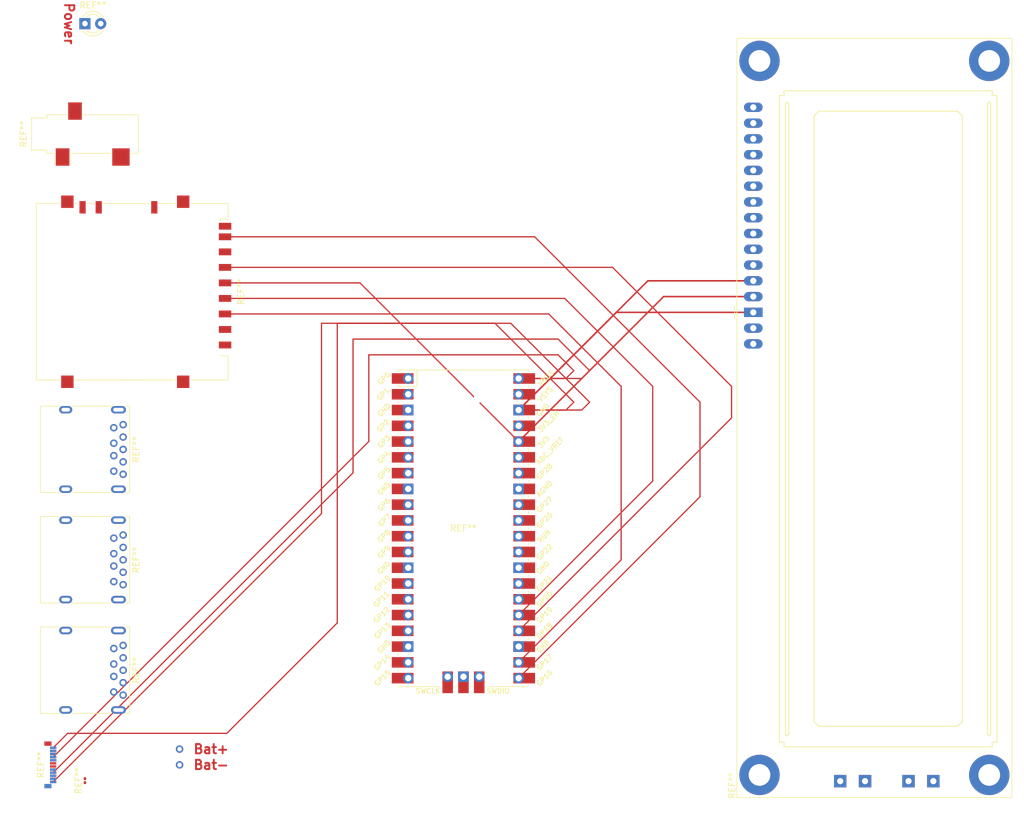
<source format=kicad_pcb>
(kicad_pcb (version 20211014) (generator pcbnew)
  (layers (0 "F.Cu" signal) (31 "B.Cu" signal) (34 "B.Paste" user) (35 "F.Paste" user) (36 "B.SilkS" user "B.Silkscreen") (37 "F.SilkS" user "F.Silkscreen") (38 "B.Mask" user) (39 "F.Mask" user) (44 "Edge.Cuts" user))
  (net 0 "")
  (footprint "LED_THT:LED_D3.0mm_Clear" (layer "F.Cu") (at 20.32 20.32)
    (fp_text reference "REF**" (at 1.27 -2.96) (layer "F.SilkS"))
    (fp_text value "LED_D3.0mm_Clear")
    (fp_line (start -0.29 1.08) (end -0.29 1.236) (layer "F.SilkS") (width 0.12))
    (fp_line (start -0.29 -1.236) (end -0.29 -1.08) (layer "F.SilkS") (width 0.12))
    (fp_arc (start -0.29 -1.235516) (mid 1.366487 -1.987659) (end 2.942335 -1.078608) (layer "F.SilkS") (width 0.12))
    (fp_arc (start 2.942335 1.078608) (mid 1.366487 1.987659) (end -0.29 1.235516) (layer "F.SilkS") (width 0.12))
    (fp_arc (start 0.229039 -1.08) (mid 1.270117 -1.5) (end 2.31113 -1.079837) (layer "F.SilkS") (width 0.12))
    (fp_arc (start 2.31113 1.079837) (mid 1.270117 1.5) (end 0.229039 1.08) (layer "F.SilkS") (width 0.12))
    (pad "1" thru_hole rect (at 0 0) (size 1.8 1.8) (drill 0.9) (layers *.Cu *.Mask))
    (pad "2" thru_hole circle (at 2.54 0) (size 1.8 1.8) (drill 0.9) (layers *.Cu *.Mask))
  )
  (footprint "Connector_Audio:Jack_3.5mm_CUI_SJ-3523-SMT_Horizontal" (layer "F.Cu") (at 20.32 38.1 90)
    (fp_text reference "REF**" (at 0 -9.9 90) (layer "F.SilkS"))
    (fp_text value "Jack_3.5mm_CUI_SJ-3523-SMT_Horizontal")
    (fp_line (start 2.6 -8.6) (end 2.6 -6.1) (layer "F.SilkS") (width 0.12))
    (fp_line (start -2.6 -8.6) (end 2.6 -8.6) (layer "F.SilkS") (width 0.12))
    (fp_line (start -3.1 -4.9) (end -3.1 -6.1) (layer "F.SilkS") (width 0.12))
    (fp_line (start -2.6 -6.1) (end -2.6 -8.6) (layer "F.SilkS") (width 0.12))
    (fp_line (start 2.6 -6.1) (end 3.1 -6.1) (layer "F.SilkS") (width 0.12))
    (fp_line (start 3.1 -0.3) (end 3.1 8.6) (layer "F.SilkS") (width 0.12))
    (fp_line (start -3.1 4.2) (end -3.1 -2.3) (layer "F.SilkS") (width 0.12))
    (fp_line (start 3.1 8.6) (end -3.1 8.6) (layer "F.SilkS") (width 0.12))
    (fp_line (start -3.1 -6.1) (end -2.6 -6.1) (layer "F.SilkS") (width 0.12))
    (fp_line (start -3.1 8.6) (end -3.1 7.4) (layer "F.SilkS") (width 0.12))
    (fp_line (start -3.1 -4.9) (end -5.1 -4.9) (layer "F.SilkS") (width 0.12))
    (fp_line (start -3.1 -2.3) (end -5.1 -2.3) (layer "F.SilkS") (width 0.12))
    (fp_line (start 3.1 -6.1) (end 3.1 -2.9) (layer "F.SilkS") (width 0.12))
    (pad "" np_thru_hole circle (at 0 4.5 90) (size 1.7 1.7) (drill 1.7) (layers *.Cu *.Mask))
    (pad "" np_thru_hole circle (at 0 -2.5 90) (size 1.7 1.7) (drill 1.7) (layers *.Cu *.Mask))
    (pad "R" smd rect (at 3.7 -1.6 90) (size 2.8 2.2) (layers "F.Cu" "F.Paste" "F.Mask"))
    (pad "S" smd rect (at -3.7 -3.6 90) (size 2.8 2.2) (layers "F.Cu" "F.Paste" "F.Mask"))
    (pad "T" smd rect (at -3.7 5.8 90) (size 2.8 2.8) (layers "F.Cu" "F.Paste" "F.Mask"))
  )
  (footprint "MCU_RaspberryPi_and_Boards:RPi_Pico_SMD_TH" (layer "F.Cu") (at 81.28 101.6)
    (fp_text reference "REF**" (at 0 0) (layer "F.SilkS"))
    (fp_text value "RPi_Pico_SMD_TH")
    (fp_text user "GND" (at 12.8 -19.05 45) (layer "F.SilkS") (effects (font (size 0.8 0.8))))
    (fp_text user "GP17" (at 13.054 21.59 45) (layer "F.SilkS") (effects (font (size 0.8 0.8))))
    (fp_text user "GP20" (at 13.054 11.43 45) (layer "F.SilkS") (effects (font (size 0.8 0.8))))
    (fp_text user "GP6" (at -12.8 -3.81 45) (layer "F.SilkS") (effects (font (size 0.8 0.8))))
    (fp_text user "GP0" (at -12.8 -24.13 45) (layer "F.SilkS") (effects (font (size 0.8 0.8))))
    (fp_text user "3V3_EN" (at 13.7 -17.2 45) (layer "F.SilkS") (effects (font (size 0.8 0.8))))
    (fp_text user "GP3" (at -12.8 -13.97 45) (layer "F.SilkS") (effects (font (size 0.8 0.8))))
    (fp_text user "GP19" (at 13.054 13.97 45) (layer "F.SilkS") (effects (font (size 0.8 0.8))))
    (fp_text user "SWCLK" (at -5.7 26.2) (layer "F.SilkS") (effects (font (size 0.8 0.8))))
    (fp_text user "GP5" (at -12.8 -8.89 45) (layer "F.SilkS") (effects (font (size 0.8 0.8))))
    (fp_text user "GP10" (at -13.054 8.89 45) (layer "F.SilkS") (effects (font (size 0.8 0.8))))
    (fp_text user "GP8" (at -12.8 1.27 45) (layer "F.SilkS") (effects (font (size 0.8 0.8))))
    (fp_text user "GND" (at 12.8 6.35 45) (layer "F.SilkS") (effects (font (size 0.8 0.8))))
    (fp_text user "GP1" (at -12.9 -21.6 45) (layer "F.SilkS") (effects (font (size 0.8 0.8))))
    (fp_text user "GP2" (at -12.9 -16.51 45) (layer "F.SilkS") (effects (font (size 0.8 0.8))))
    (fp_text user "GP13" (at -13.054 16.51 45) (layer "F.SilkS") (effects (font (size 0.8 0.8))))
    (fp_text user "GND" (at -12.8 6.35 45) (layer "F.SilkS") (effects (font (size 0.8 0.8))))
    (fp_text user "SWDIO" (at 5.6 26.2) (layer "F.SilkS") (effects (font (size 0.8 0.8))))
    (fp_text user "GP22" (at 13.054 3.81 45) (layer "F.SilkS") (effects (font (size 0.8 0.8))))
    (fp_text user "GP16" (at 13.054 24.13 45) (layer "F.SilkS") (effects (font (size 0.8 0.8))))
    (fp_text user "GND" (at -12.8 -19.05 45) (layer "F.SilkS") (effects (font (size 0.8 0.8))))
    (fp_text user "VBUS" (at 13.3 -24.2 45) (layer "F.SilkS") (effects (font (size 0.8 0.8))))
    (fp_text user "GND" (at 12.8 19.05 45) (layer "F.SilkS") (effects (font (size 0.8 0.8))))
    (fp_text user "ADC_VREF" (at 14 -12.5 45) (layer "F.SilkS") (effects (font (size 0.8 0.8))))
    (fp_text user "GP7" (at -12.7 -1.3 45) (layer "F.SilkS") (effects (font (size 0.8 0.8))))
    (fp_text user "GP15" (at -13.054 24.13 45) (layer "F.SilkS") (effects (font (size 0.8 0.8))))
    (fp_text user "GP11" (at -13.2 11.43 45) (layer "F.SilkS") (effects (font (size 0.8 0.8))))
    (fp_text user "AGND" (at 13.054 -6.35 45) (layer "F.SilkS") (effects (font (size 0.8 0.8))))
    (fp_text user "GP28" (at 13.054 -9.144 45) (layer "F.SilkS") (effects (font (size 0.8 0.8))))
    (fp_text user "GP14" (at -13.1 21.59 45) (layer "F.SilkS") (effects (font (size 0.8 0.8))))
    (fp_text user "GP4" (at -12.8 -11.43 45) (layer "F.SilkS") (effects (font (size 0.8 0.8))))
    (fp_text user "GP21" (at 13.054 8.9 45) (layer "F.SilkS") (effects (font (size 0.8 0.8))))
    (fp_text user "GP27" (at 13.054 -3.8 45) (layer "F.SilkS") (effects (font (size 0.8 0.8))))
    (fp_text user "3V3" (at 12.9 -13.9 45) (layer "F.SilkS") (effects (font (size 0.8 0.8))))
    (fp_text user "GP12" (at -13.2 13.97 45) (layer "F.SilkS") (effects (font (size 0.8 0.8))))
    (fp_text user "GND" (at -12.8 19.05 45) (layer "F.SilkS") (effects (font (size 0.8 0.8))))
    (fp_text user "VSYS" (at 13.2 -21.59 45) (layer "F.SilkS") (effects (font (size 0.8 0.8))))
    (fp_text user "GP18" (at 13.054 16.51 45) (layer "F.SilkS") (effects (font (size 0.8 0.8))))
    (fp_text user "RUN" (at 13 1.27 45) (layer "F.SilkS") (effects (font (size 0.8 0.8))))
    (fp_text user "GND" (at -12.8 -6.35 45) (layer "F.SilkS") (effects (font (size 0.8 0.8))))
    (fp_text user "GP9" (at -12.8 3.81 45) (layer "F.SilkS") (effects (font (size 0.8 0.8))))
    (fp_text user "GP26" (at 13.054 -1.27 45) (layer "F.SilkS") (effects (font (size 0.8 0.8))))
    (fp_line (start 10.5 15.1) (end 10.5 15.5) (layer "F.SilkS") (width 0.12))
    (fp_line (start -10.5 20.1) (end -10.5 20.5) (layer "F.SilkS") (width 0.12))
    (fp_line (start -10.5 -15.4) (end -10.5 -15) (layer "F.SilkS") (width 0.12))
    (fp_line (start -10.5 -5.3) (end -10.5 -4.9) (layer "F.SilkS") (width 0.12))
    (fp_line (start 10.5 -10.4) (end 10.5 -10) (layer "F.SilkS") (width 0.12))
    (fp_line (start 10.5 -7.8) (end 10.5 -7.4) (layer "F.SilkS") (width 0.12))
    (fp_line (start 10.5 -23.1) (end 10.5 -22.7) (layer "F.SilkS") (width 0.12))
    (fp_line (start 10.5 -12.9) (end 10.5 -12.5) (layer "F.SilkS") (width 0.12))
    (fp_line (start 10.5 -0.2) (end 10.5 0.2) (layer "F.SilkS") (width 0.12))
    (fp_line (start -10.5 -25.5) (end -10.5 -25.2) (layer "F.SilkS") (width 0.12))
    (fp_line (start 10.5 4.9) (end 10.5 5.3) (layer "F.SilkS") (width 0.12))
    (fp_line (start -10.5 4.9) (end -10.5 5.3) (layer "F.SilkS") (width 0.12))
    (fp_line (start -10.5 -25.5) (end 10.5 -25.5) (layer "F.SilkS") (width 0.12))
    (fp_line (start -10.5 -22.833) (end -7.493 -22.833) (layer "F.SilkS") (width 0.12))
    (fp_line (start -10.5 -0.2) (end -10.5 0.2) (layer "F.SilkS") (width 0.12))
    (fp_line (start -10.5 -12.9) (end -10.5 -12.5) (layer "F.SilkS") (width 0.12))
    (fp_line (start 10.5 22.7) (end 10.5 23.1) (layer "F.SilkS") (width 0.12))
    (fp_line (start -1.5 25.5) (end -1.1 25.5) (layer "F.SilkS") (width 0.12))
    (fp_line (start 10.5 -20.5) (end 10.5 -20.1) (layer "F.SilkS") (width 0.12))
    (fp_line (start -10.5 22.7) (end -10.5 23.1) (layer "F.SilkS") (width 0.12))
    (fp_line (start -10.5 -18) (end -10.5 -17.6) (layer "F.SilkS") (width 0.12))
    (fp_line (start -7.493 -22.833) (end -7.493 -25.5) (layer "F.SilkS") (width 0.12))
    (fp_line (start -10.5 17.6) (end -10.5 18) (layer "F.SilkS") (width 0.12))
    (fp_line (start -10.5 10) (end -10.5 10.4) (layer "F.SilkS") (width 0.12))
    (fp_line (start -10.5 7.4) (end -10.5 7.8) (layer "F.SilkS") (width 0.12))
    (fp_line (start 10.5 -2.7) (end 10.5 -2.3) (layer "F.SilkS") (width 0.12))
    (fp_line (start -10.5 2.3) (end -10.5 2.7) (layer "F.SilkS") (width 0.12))
    (fp_line (start 10.5 17.6) (end 10.5 18) (layer "F.SilkS") (width 0.12))
    (fp_line (start 10.5 12.5) (end 10.5 12.9) (layer "F.SilkS") (width 0.12))
    (fp_line (start 10.5 10) (end 10.5 10.4) (layer "F.SilkS") (width 0.12))
    (fp_line (start 10.5 -25.5) (end 10.5 -25.2) (layer "F.SilkS") (width 0.12))
    (fp_line (start -10.5 -20.5) (end -10.5 -20.1) (layer "F.SilkS") (width 0.12))
    (fp_line (start 10.5 7.4) (end 10.5 7.8) (layer "F.SilkS") (width 0.12))
    (fp_line (start -10.5 -7.8) (end -10.5 -7.4) (layer "F.SilkS") (width 0.12))
    (fp_line (start -10.5 -2.7) (end -10.5 -2.3) (layer "F.SilkS") (width 0.12))
    (fp_line (start 10.5 2.3) (end 10.5 2.7) (layer "F.SilkS") (width 0.12))
    (fp_line (start 10.5 20.1) (end 10.5 20.5) (layer "F.SilkS") (width 0.12))
    (fp_line (start -10.5 12.5) (end -10.5 12.9) (layer "F.SilkS") (width 0.12))
    (fp_line (start 10.5 -15.4) (end 10.5 -15) (layer "F.SilkS") (width 0.12))
    (fp_line (start 10.5 -5.3) (end 10.5 -4.9) (layer "F.SilkS") (width 0.12))
    (fp_line (start -10.5 -23.1) (end -10.5 -22.7) (layer "F.SilkS") (width 0.12))
    (fp_line (start 1.1 25.5) (end 1.5 25.5) (layer "F.SilkS") (width 0.12))
    (fp_line (start 10.5 -18) (end 10.5 -17.6) (layer "F.SilkS") (width 0.12))
    (fp_line (start -3.7 25.5) (end -10.5 25.5) (layer "F.SilkS") (width 0.12))
    (fp_line (start -10.5 -10.4) (end -10.5 -10) (layer "F.SilkS") (width 0.12))
    (fp_line (start 10.5 25.5) (end 3.7 25.5) (layer "F.SilkS") (width 0.12))
    (fp_line (start -10.5 15.1) (end -10.5 15.5) (layer "F.SilkS") (width 0.12))
    (pad "" np_thru_hole oval (at -2.725 -24) (size 1.8 1.8) (drill 1.8) (layers *.Cu *.Mask))
    (pad "" np_thru_hole oval (at 2.725 -24) (size 1.8 1.8) (drill 1.8) (layers *.Cu *.Mask))
    (pad "" np_thru_hole oval (at 2.425 -20.97) (size 1.5 1.5) (drill 1.5) (layers *.Cu *.Mask))
    (pad "" np_thru_hole oval (at -2.425 -20.97) (size 1.5 1.5) (drill 1.5) (layers *.Cu *.Mask))
    (pad "1" thru_hole oval (at -8.89 -24.13) (size 1.7 1.7) (drill 1.02) (layers *.Cu *.Mask))
    (pad "1" smd rect (at -8.89 -24.13) (size 3.5 1.7) (drill (offset -0.9 0)) (layers "F.Cu" "F.Mask"))
    (pad "2" smd rect (at -8.89 -21.59) (size 3.5 1.7) (drill (offset -0.9 0)) (layers "F.Cu" "F.Mask"))
    (pad "2" thru_hole oval (at -8.89 -21.59) (size 1.7 1.7) (drill 1.02) (layers *.Cu *.Mask))
    (pad "3" thru_hole rect (at -8.89 -19.05) (size 1.7 1.7) (drill 1.02) (layers *.Cu *.Mask))
    (pad "3" smd rect (at -8.89 -19.05) (size 3.5 1.7) (drill (offset -0.9 0)) (layers "F.Cu" "F.Mask"))
    (pad "4" smd rect (at -8.89 -16.51) (size 3.5 1.7) (drill (offset -0.9 0)) (layers "F.Cu" "F.Mask"))
    (pad "4" thru_hole oval (at -8.89 -16.51) (size 1.7 1.7) (drill 1.02) (layers *.Cu *.Mask))
    (pad "5" smd rect (at -8.89 -13.97) (size 3.5 1.7) (drill (offset -0.9 0)) (layers "F.Cu" "F.Mask"))
    (pad "5" thru_hole oval (at -8.89 -13.97) (size 1.7 1.7) (drill 1.02) (layers *.Cu *.Mask))
    (pad "6" smd rect (at -8.89 -11.43) (size 3.5 1.7) (drill (offset -0.9 0)) (layers "F.Cu" "F.Mask"))
    (pad "6" thru_hole oval (at -8.89 -11.43) (size 1.7 1.7) (drill 1.02) (layers *.Cu *.Mask))
    (pad "7" smd rect (at -8.89 -8.89) (size 3.5 1.7) (drill (offset -0.9 0)) (layers "F.Cu" "F.Mask"))
    (pad "7" thru_hole oval (at -8.89 -8.89) (size 1.7 1.7) (drill 1.02) (layers *.Cu *.Mask))
    (pad "8" smd rect (at -8.89 -6.35) (size 3.5 1.7) (drill (offset -0.9 0)) (layers "F.Cu" "F.Mask"))
    (pad "8" thru_hole rect (at -8.89 -6.35) (size 1.7 1.7) (drill 1.02) (layers *.Cu *.Mask))
    (pad "9" thru_hole oval (at -8.89 -3.81) (size 1.7 1.7) (drill 1.02) (layers *.Cu *.Mask))
    (pad "9" smd rect (at -8.89 -3.81) (size 3.5 1.7) (drill (offset -0.9 0)) (layers "F.Cu" "F.Mask"))
    (pad "10" thru_hole oval (at -8.89 -1.27) (size 1.7 1.7) (drill 1.02) (layers *.Cu *.Mask))
    (pad "10" smd rect (at -8.89 -1.27) (size 3.5 1.7) (drill (offset -0.9 0)) (layers "F.Cu" "F.Mask"))
    (pad "11" smd rect (at -8.89 1.27) (size 3.5 1.7) (drill (offset -0.9 0)) (layers "F.Cu" "F.Mask"))
    (pad "11" thru_hole oval (at -8.89 1.27) (size 1.7 1.7) (drill 1.02) (layers *.Cu *.Mask))
    (pad "12" thru_hole oval (at -8.89 3.81) (size 1.7 1.7) (drill 1.02) (layers *.Cu *.Mask))
    (pad "12" smd rect (at -8.89 3.81) (size 3.5 1.7) (drill (offset -0.9 0)) (layers "F.Cu" "F.Mask"))
    (pad "13" thru_hole rect (at -8.89 6.35) (size 1.7 1.7) (drill 1.02) (layers *.Cu *.Mask))
    (pad "13" smd rect (at -8.89 6.35) (size 3.5 1.7) (drill (offset -0.9 0)) (layers "F.Cu" "F.Mask"))
    (pad "14" thru_hole oval (at -8.89 8.89) (size 1.7 1.7) (drill 1.02) (layers *.Cu *.Mask))
    (pad "14" smd rect (at -8.89 8.89) (size 3.5 1.7) (drill (offset -0.9 0)) (layers "F.Cu" "F.Mask"))
    (pad "15" thru_hole oval (at -8.89 11.43) (size 1.7 1.7) (drill 1.02) (layers *.Cu *.Mask))
    (pad "15" smd rect (at -8.89 11.43) (size 3.5 1.7) (drill (offset -0.9 0)) (layers "F.Cu" "F.Mask"))
    (pad "16" smd rect (at -8.89 13.97) (size 3.5 1.7) (drill (offset -0.9 0)) (layers "F.Cu" "F.Mask"))
    (pad "16" thru_hole oval (at -8.89 13.97) (size 1.7 1.7) (drill 1.02) (layers *.Cu *.Mask))
    (pad "17" thru_hole oval (at -8.89 16.51) (size 1.7 1.7) (drill 1.02) (layers *.Cu *.Mask))
    (pad "17" smd rect (at -8.89 16.51) (size 3.5 1.7) (drill (offset -0.9 0)) (layers "F.Cu" "F.Mask"))
    (pad "18" smd rect (at -8.89 19.05) (size 3.5 1.7) (drill (offset -0.9 0)) (layers "F.Cu" "F.Mask"))
    (pad "18" thru_hole rect (at -8.89 19.05) (size 1.7 1.7) (drill 1.02) (layers *.Cu *.Mask))
    (pad "19" smd rect (at -8.89 21.59) (size 3.5 1.7) (drill (offset -0.9 0)) (layers "F.Cu" "F.Mask"))
    (pad "19" thru_hole oval (at -8.89 21.59) (size 1.7 1.7) (drill 1.02) (layers *.Cu *.Mask))
    (pad "20" thru_hole oval (at -8.89 24.13) (size 1.7 1.7) (drill 1.02) (layers *.Cu *.Mask))
    (pad "20" smd rect (at -8.89 24.13) (size 3.5 1.7) (drill (offset -0.9 0)) (layers "F.Cu" "F.Mask"))
    (pad "21" smd rect (at 8.89 24.13) (size 3.5 1.7) (drill (offset 0.9 0)) (layers "F.Cu" "F.Mask"))
    (pad "21" thru_hole oval (at 8.89 24.13) (size 1.7 1.7) (drill 1.02) (layers *.Cu *.Mask))
    (pad "22" smd rect (at 8.89 21.59) (size 3.5 1.7) (drill (offset 0.9 0)) (layers "F.Cu" "F.Mask"))
    (pad "22" thru_hole oval (at 8.89 21.59) (size 1.7 1.7) (drill 1.02) (layers *.Cu *.Mask))
    (pad "23" smd rect (at 8.89 19.05) (size 3.5 1.7) (drill (offset 0.9 0)) (layers "F.Cu" "F.Mask"))
    (pad "23" thru_hole rect (at 8.89 19.05) (size 1.7 1.7) (drill 1.02) (layers *.Cu *.Mask))
    (pad "24" smd rect (at 8.89 16.51) (size 3.5 1.7) (drill (offset 0.9 0)) (layers "F.Cu" "F.Mask"))
    (pad "24" thru_hole oval (at 8.89 16.51) (size 1.7 1.7) (drill 1.02) (layers *.Cu *.Mask))
    (pad "25" smd rect (at 8.89 13.97) (size 3.5 1.7) (drill (offset 0.9 0)) (layers "F.Cu" "F.Mask"))
    (pad "25" thru_hole oval (at 8.89 13.97) (size 1.7 1.7) (drill 1.02) (layers *.Cu *.Mask))
    (pad "26" thru_hole oval (at 8.89 11.43) (size 1.7 1.7) (drill 1.02) (layers *.Cu *.Mask))
    (pad "26" smd rect (at 8.89 11.43) (size 3.5 1.7) (drill (offset 0.9 0)) (layers "F.Cu" "F.Mask"))
    (pad "27" thru_hole oval (at 8.89 8.89) (size 1.7 1.7) (drill 1.02) (layers *.Cu *.Mask))
    (pad "27" smd rect (at 8.89 8.89) (size 3.5 1.7) (drill (offset 0.9 0)) (layers "F.Cu" "F.Mask"))
    (pad "28" thru_hole rect (at 8.89 6.35) (size 1.7 1.7) (drill 1.02) (layers *.Cu *.Mask))
    (pad "28" smd rect (at 8.89 6.35) (size 3.5 1.7) (drill (offset 0.9 0)) (layers "F.Cu" "F.Mask"))
    (pad "29" thru_hole oval (at 8.89 3.81) (size 1.7 1.7) (drill 1.02) (layers *.Cu *.Mask))
    (pad "29" smd rect (at 8.89 3.81) (size 3.5 1.7) (drill (offset 0.9 0)) (layers "F.Cu" "F.Mask"))
    (pad "30" thru_hole oval (at 8.89 1.27) (size 1.7 1.7) (drill 1.02) (layers *.Cu *.Mask))
    (pad "30" smd rect (at 8.89 1.27) (size 3.5 1.7) (drill (offset 0.9 0)) (layers "F.Cu" "F.Mask"))
    (pad "31" thru_hole oval (at 8.89 -1.27) (size 1.7 1.7) (drill 1.02) (layers *.Cu *.Mask))
    (pad "31" smd rect (at 8.89 -1.27) (size 3.5 1.7) (drill (offset 0.9 0)) (layers "F.Cu" "F.Mask"))
    (pad "32" thru_hole oval (at 8.89 -3.81) (size 1.7 1.7) (drill 1.02) (layers *.Cu *.Mask))
    (pad "32" smd rect (at 8.89 -3.81) (size 3.5 1.7) (drill (offset 0.9 0)) (layers "F.Cu" "F.Mask"))
    (pad "33" smd rect (at 8.89 -6.35) (size 3.5 1.7) (drill (offset 0.9 0)) (layers "F.Cu" "F.Mask"))
    (pad "33" thru_hole rect (at 8.89 -6.35) (size 1.7 1.7) (drill 1.02) (layers *.Cu *.Mask))
    (pad "34" thru_hole oval (at 8.89 -8.89) (size 1.7 1.7) (drill 1.02) (layers *.Cu *.Mask))
    (pad "34" smd rect (at 8.89 -8.89) (size 3.5 1.7) (drill (offset 0.9 0)) (layers "F.Cu" "F.Mask"))
    (pad "35" thru_hole oval (at 8.89 -11.43) (size 1.7 1.7) (drill 1.02) (layers *.Cu *.Mask))
    (pad "35" smd rect (at 8.89 -11.43) (size 3.5 1.7) (drill (offset 0.9 0)) (layers "F.Cu" "F.Mask"))
    (pad "36" thru_hole oval (at 8.89 -13.97) (size 1.7 1.7) (drill 1.02) (layers *.Cu *.Mask))
    (pad "36" smd rect (at 8.89 -13.97) (size 3.5 1.7) (drill (offset 0.9 0)) (layers "F.Cu" "F.Mask"))
    (pad "37" smd rect (at 8.89 -16.51) (size 3.5 1.7) (drill (offset 0.9 0)) (layers "F.Cu" "F.Mask"))
    (pad "37" thru_hole oval (at 8.89 -16.51) (size 1.7 1.7) (drill 1.02) (layers *.Cu *.Mask))
    (pad "38" smd rect (at 8.89 -19.05) (size 3.5 1.7) (drill (offset 0.9 0)) (layers "F.Cu" "F.Mask"))
    (pad "38" thru_hole rect (at 8.89 -19.05) (size 1.7 1.7) (drill 1.02) (layers *.Cu *.Mask))
    (pad "39" smd rect (at 8.89 -21.59) (size 3.5 1.7) (drill (offset 0.9 0)) (layers "F.Cu" "F.Mask"))
    (pad "39" thru_hole oval (at 8.89 -21.59) (size 1.7 1.7) (drill 1.02) (layers *.Cu *.Mask))
    (pad "40" thru_hole oval (at 8.89 -24.13) (size 1.7 1.7) (drill 1.02) (layers *.Cu *.Mask))
    (pad "40" smd rect (at 8.89 -24.13) (size 3.5 1.7) (drill (offset 0.9 0)) (layers "F.Cu" "F.Mask"))
    (pad "41" smd rect (at -2.54 23.9 90) (size 3.5 1.7) (drill (offset -0.9 0)) (layers "F.Cu" "F.Mask"))
    (pad "41" thru_hole oval (at -2.54 23.9) (size 1.7 1.7) (drill 1.02) (layers *.Cu *.Mask))
    (pad "42" smd rect (at 0 23.9 90) (size 3.5 1.7) (drill (offset -0.9 0)) (layers "F.Cu" "F.Mask"))
    (pad "42" thru_hole rect (at 0 23.9) (size 1.7 1.7) (drill 1.02) (layers *.Cu *.Mask))
    (pad "43" smd rect (at 2.54 23.9 90) (size 3.5 1.7) (drill (offset -0.9 0)) (layers "F.Cu" "F.Mask"))
    (pad "43" thru_hole oval (at 2.54 23.9) (size 1.7 1.7) (drill 1.02) (layers *.Cu *.Mask))
  )
  (footprint "Connector_USB:USB3_A_Molex_48393-001" (layer "F.Cu") (at 24.97 120.96 -90)
    (fp_text reference "REF**" (at 3.5 -3.6 90) (layer "F.SilkS"))
    (fp_text value "USB3_A_Molex_48393-001")
    (fp_line (start 10.46 11.81) (end 10.46 8.7) (layer "F.SilkS") (width 0.12))
    (fp_line (start 10.46 -2.56) (end 10.46 -1.85) (layer "F.SilkS") (width 0.12))
    (fp_line (start -3.46 6.8) (end -3.46 0.35) (layer "F.SilkS") (width 0.12))
    (fp_line (start 10.46 6.8) (end 10.46 0.35) (layer "F.SilkS") (width 0.12))
    (fp_line (start -3.46 -2.56) (end 10.46 -2.56) (layer "F.SilkS") (width 0.12))
    (fp_line (start -3.46 -2.56) (end -3.46 -1.85) (layer "F.SilkS") (width 0.12))
    (fp_line (start -3.46 11.81) (end -3.46 8.7) (layer "F.SilkS") (width 0.12))
    (fp_line (start -3.46 11.81) (end 10.46 11.81) (layer "F.SilkS") (width 0.12))
    (pad "1" thru_hole circle (at 0 0 270) (size 1.2 1.2) (drill 0.7) (layers F&B.Cu *.Mask))
    (pad "2" thru_hole circle (at 2.5 0 270) (size 1.2 1.2) (drill 0.7) (layers F&B.Cu *.Mask))
    (pad "3" thru_hole circle (at 4.5 0 270) (size 1.2 1.2) (drill 0.7) (layers F&B.Cu *.Mask))
    (pad "4" thru_hole circle (at 7 0 270) (size 1.2 1.2) (drill 0.7) (layers F&B.Cu *.Mask))
    (pad "5" thru_hole circle (at 7.5 -1.5 270) (size 1.2 1.2) (drill 0.7) (layers F&B.Cu *.Mask))
    (pad "6" thru_hole circle (at 5.5 -1.5 270) (size 1.2 1.2) (drill 0.7) (layers F&B.Cu *.Mask))
    (pad "7" thru_hole circle (at 3.5 -1.5 270) (size 1.2 1.2) (drill 0.7) (layers F&B.Cu *.Mask))
    (pad "8" thru_hole circle (at 1.5 -1.5 270) (size 1.2 1.2) (drill 0.7) (layers F&B.Cu *.Mask))
    (pad "9" thru_hole circle (at -0.5 -1.5 270) (size 1.2 1.2) (drill 0.7) (layers F&B.Cu *.Mask))
    (pad "10" thru_hole oval (at -2.9 -0.75 270) (size 1.2 2.4) (drill oval 0.6 1.7) (layers F&B.Cu *.Mask))
    (pad "10" thru_hole oval (at -2.9 7.75 270) (size 1.2 2.1) (drill oval 0.6 1.4) (layers F&B.Cu *.Mask))
    (pad "10" thru_hole oval (at 9.9 -0.75 270) (size 1.2 2.4) (drill oval 0.6 1.7) (layers F&B.Cu *.Mask))
    (pad "10" thru_hole oval (at 9.9 7.75 270) (size 1.2 2.1) (drill oval 0.6 1.4) (layers F&B.Cu *.Mask))
  )
  (footprint "" (layer "F.Cu") (at 35.56 139.7)
    (fp_text reference "" (at 0 0) (layer "F.SilkS") (effects (font (size 1.27 1.27))))
    (fp_text value "" (at 0 0) (layer "F.SilkS") (effects (font (size 1.27 1.27))))
    (pad "5" thru_hole circle (at 0 0 270) (size 1.2 1.2) (drill 0.7) (layers F&B.Cu *.Mask))
  )
  (footprint "Connector_USB:USB_C_Plug_Molex_105444" (layer "F.Cu") (at 15.24 139.7 -90)
    (fp_text reference "REF**" (at 0 2.04 90) (layer "F.SilkS"))
    (fp_text value "USB_C_Plug_Molex_105444")
    (pad "A1" smd rect (at -2.75 0.04 270) (size 0.38 1) (layers "F.Cu" "F.Paste" "F.Mask"))
    (pad "A2" smd rect (at -2.25 0.04 270) (size 0.38 1) (layers "F.Cu" "F.Paste" "F.Mask"))
    (pad "A3" smd rect (at -1.75 0.04 270) (size 0.38 1) (layers "F.Cu" "F.Paste" "F.Mask"))
    (pad "A4" smd rect (at -1.25 0.04 270) (size 0.38 1) (layers "F.Cu" "F.Paste" "F.Mask"))
    (pad "A5" smd rect (at -0.75 0.04 270) (size 0.38 1) (layers "F.Cu" "F.Paste" "F.Mask"))
    (pad "A6" smd rect (at -0.25 0.04 270) (size 0.38 1) (layers "F.Cu" "F.Paste" "F.Mask"))
    (pad "A7" smd rect (at 0.25 0.04 270) (size 0.38 1) (layers "F.Cu" "F.Paste" "F.Mask"))
    (pad "A8" smd rect (at 0.75 0.04 270) (size 0.38 1) (layers "F.Cu" "F.Paste" "F.Mask"))
    (pad "A9" smd rect (at 1.25 0.04 270) (size 0.38 1) (layers "F.Cu" "F.Paste" "F.Mask"))
    (pad "A10" smd rect (at 1.75 0.04 270) (size 0.38 1) (layers "F.Cu" "F.Paste" "F.Mask"))
    (pad "A11" smd rect (at 2.25 0.04 270) (size 0.38 1) (layers "F.Cu" "F.Paste" "F.Mask"))
    (pad "A12" smd rect (at 2.75 0.04 270) (size 0.38 1) (layers "F.Cu" "F.Paste" "F.Mask"))
    (pad "B1" smd rect (at 2.75 0.04 270) (size 0.38 1) (layers "B.Cu" "B.Paste" "B.Mask"))
    (pad "B2" smd rect (at 2.25 0.04 270) (size 0.38 1) (layers "B.Cu" "B.Paste" "B.Mask"))
    (pad "B3" smd rect (at 1.75 0.04 270) (size 0.38 1) (layers "B.Cu" "B.Paste" "B.Mask"))
    (pad "B4" smd rect (at 1.25 0.04 270) (size 0.38 1) (layers "B.Cu" "B.Paste" "B.Mask"))
    (pad "B5" smd rect (at 0.75 0.04 270) (size 0.38 1) (layers "B.Cu" "B.Paste" "B.Mask"))
    (pad "B8" smd rect (at -0.75 0.04 270) (size 0.38 1) (layers "B.Cu" "B.Paste" "B.Mask"))
    (pad "B9" smd rect (at -1.25 0.04 270) (size 0.38 1) (layers "B.Cu" "B.Paste" "B.Mask"))
    (pad "B10" smd rect (at -1.75 0.04 270) (size 0.38 1) (layers "B.Cu" "B.Paste" "B.Mask"))
    (pad "B11" smd rect (at -2.25 0.04 270) (size 0.38 1) (layers "B.Cu" "B.Paste" "B.Mask"))
    (pad "B12" smd rect (at -2.75 0.04 270) (size 0.38 1) (layers "B.Cu" "B.Paste" "B.Mask"))
    (pad "S1" smd rect (at -3.42 0.88 270) (size 0.7 1.15) (layers "F.Cu" "F.Paste" "F.Mask"))
    (pad "S1" smd rect (at 3.42 0.88 270) (size 0.7 1.15) (layers "B.Cu" "B.Paste" "B.Mask"))
  )
  (footprint "Connector_USB:USB3_A_Molex_48393-001" (layer "F.Cu") (at 24.97 103.18 -90)
    (fp_text reference "REF**" (at 3.5 -3.6 90) (layer "F.SilkS"))
    (fp_text value "USB3_A_Molex_48393-001")
    (fp_line (start 10.46 -2.56) (end 10.46 -1.85) (layer "F.SilkS") (width 0.12))
    (fp_line (start -3.46 6.8) (end -3.46 0.35) (layer "F.SilkS") (width 0.12))
    (fp_line (start -3.46 11.81) (end 10.46 11.81) (layer "F.SilkS") (width 0.12))
    (fp_line (start -3.46 -2.56) (end -3.46 -1.85) (layer "F.SilkS") (width 0.12))
    (fp_line (start 10.46 6.8) (end 10.46 0.35) (layer "F.SilkS") (width 0.12))
    (fp_line (start 10.46 11.81) (end 10.46 8.7) (layer "F.SilkS") (width 0.12))
    (fp_line (start -3.46 11.81) (end -3.46 8.7) (layer "F.SilkS") (width 0.12))
    (fp_line (start -3.46 -2.56) (end 10.46 -2.56) (layer "F.SilkS") (width 0.12))
    (pad "1" thru_hole circle (at 0 0 270) (size 1.2 1.2) (drill 0.7) (layers F&B.Cu *.Mask))
    (pad "2" thru_hole circle (at 2.5 0 270) (size 1.2 1.2) (drill 0.7) (layers F&B.Cu *.Mask))
    (pad "3" thru_hole circle (at 4.5 0 270) (size 1.2 1.2) (drill 0.7) (layers F&B.Cu *.Mask))
    (pad "4" thru_hole circle (at 7 0 270) (size 1.2 1.2) (drill 0.7) (layers F&B.Cu *.Mask))
    (pad "5" thru_hole circle (at 7.5 -1.5 270) (size 1.2 1.2) (drill 0.7) (layers F&B.Cu *.Mask))
    (pad "6" thru_hole circle (at 5.5 -1.5 270) (size 1.2 1.2) (drill 0.7) (layers F&B.Cu *.Mask))
    (pad "7" thru_hole circle (at 3.5 -1.5 270) (size 1.2 1.2) (drill 0.7) (layers F&B.Cu *.Mask))
    (pad "8" thru_hole circle (at 1.5 -1.5 270) (size 1.2 1.2) (drill 0.7) (layers F&B.Cu *.Mask))
    (pad "9" thru_hole circle (at -0.5 -1.5 270) (size 1.2 1.2) (drill 0.7) (layers F&B.Cu *.Mask))
    (pad "10" thru_hole oval (at -2.9 7.75 270) (size 1.2 2.1) (drill oval 0.6 1.4) (layers F&B.Cu *.Mask))
    (pad "10" thru_hole oval (at -2.9 -0.75 270) (size 1.2 2.4) (drill oval 0.6 1.7) (layers F&B.Cu *.Mask))
    (pad "10" thru_hole oval (at 9.9 7.75 270) (size 1.2 2.1) (drill oval 0.6 1.4) (layers F&B.Cu *.Mask))
    (pad "10" thru_hole oval (at 9.9 -0.75 270) (size 1.2 2.4) (drill oval 0.6 1.7) (layers F&B.Cu *.Mask))
  )
  (footprint "" (layer "F.Cu") (at 35.56 137.16)
    (fp_text reference "" (at 0 0) (layer "F.SilkS") (effects (font (size 1.27 1.27))))
    (fp_text value "" (at 0 0) (layer "F.SilkS") (effects (font (size 1.27 1.27))))
    (pad "2" thru_hole circle (at 0 0 270) (size 1.2 1.2) (drill 0.7) (layers *.Cu *.Mask))
  )
  (footprint "Display:LCD-016N002L" (layer "F.Cu") (at 127.9625 66.82 90)
    (fp_text reference "REF**" (at -76.21 -3.41 90) (layer "F.SilkS"))
    (fp_text value "LCD-016N002L")
    (fp_line (start 34.925 4.953) (end 35.687 4.953) (layer "F.SilkS") (width 0.15))
    (fp_line (start -67.945 37.719) (end -68.199 37.973) (layer "F.SilkS") (width 0.15))
    (fp_line (start -66.675 10.541) (end -65.913 9.779) (layer "F.SilkS") (width 0.15))
    (fp_line (start 34.925 4.191) (end -69.215 4.191) (layer "F.SilkS") (width 0.15))
    (fp_line (start 33.655 37.719) (end -67.945 37.719) (layer "F.SilkS") (width 0.15))
    (fp_line (start -66.675 32.893) (end -66.675 10.541) (layer "F.SilkS") (width 0.15))
    (fp_line (start -69.215 4.191) (end -69.215 4.953) (layer "F.SilkS") (width 0.15))
    (fp_line (start -1 -3) (end 1 -3) (layer "F.SilkS") (width 0.12))
    (fp_line (start -65.913 33.655) (end -66.675 32.893) (layer "F.SilkS") (width 0.15))
    (fp_line (start -67.945 38.227) (end 33.655 38.227) (layer "F.SilkS") (width 0.15))
    (fp_line (start -78.14 41.64) (end 44.14 41.64) (layer "F.SilkS") (width 0.12))
    (fp_line (start 32.385 32.893) (end 31.623 33.655) (layer "F.SilkS") (width 0.15))
    (fp_line (start 35.687 38.481) (end 34.925 38.481) (layer "F.SilkS") (width 0.15))
    (fp_line (start -69.215 39.243) (end -69.215 38.481) (layer "F.SilkS") (width 0.15))
    (fp_line (start -67.945 5.715) (end 33.655 5.715) (layer "F.SilkS") (width 0.15))
    (fp_line (start 44.14 -2.64) (end -78.14 -2.64) (layer "F.SilkS") (width 0.12))
    (fp_line (start -69.215 4.953) (end -69.977 4.953) (layer "F.SilkS") (width 0.15))
    (fp_line (start -68.199 37.973) (end -67.945 38.227) (layer "F.SilkS") (width 0.15))
    (fp_line (start 31.623 33.655) (end -65.913 33.655) (layer "F.SilkS") (width 0.15))
    (fp_line (start 33.655 38.227) (end 33.909 37.973) (layer "F.SilkS") (width 0.15))
    (fp_line (start 44.14 -2.64) (end 44.14 41.64) (layer "F.SilkS") (width 0.12))
    (fp_line (start 33.655 5.207) (end -67.945 5.207) (layer "F.SilkS") (width 0.15))
    (fp_line (start -68.199 5.461) (end -67.945 5.715) (layer "F.SilkS") (width 0.15))
    (fp_line (start 35.687 38.481) (end 35.687 4.953) (layer "F.SilkS") (width 0.15))
    (fp_line (start -67.945 5.207) (end -68.199 5.461) (layer "F.SilkS") (width 0.15))
    (fp_line (start 32.385 10.541) (end 32.385 32.893) (layer "F.SilkS") (width 0.15))
    (fp_line (start 34.925 4.191) (end 34.925 4.953) (layer "F.SilkS") (width 0.15))
    (fp_line (start 33.655 5.207) (end 33.909 5.461) (layer "F.SilkS") (width 0.15))
    (fp_line (start 33.909 37.973) (end 33.655 37.719) (layer "F.SilkS") (width 0.15))
    (fp_line (start 33.909 5.461) (end 33.655 5.715) (layer "F.SilkS") (width 0.15))
    (fp_line (start 31.623 9.779) (end 32.385 10.541) (layer "F.SilkS") (width 0.15))
    (fp_line (start -69.215 39.243) (end 34.925 39.243) (layer "F.SilkS") (width 0.15))
    (fp_line (start -69.215 38.481) (end -69.977 38.481) (layer "F.SilkS") (width 0.15))
    (fp_line (start 34.925 38.481) (end 34.925 39.243) (layer "F.SilkS") (width 0.15))
    (fp_line (start -78.14 -2.64) (end -78.14 41.64) (layer "F.SilkS") (width 0.12))
    (fp_line (start -65.913 9.779) (end 31.623 9.779) (layer "F.SilkS") (width 0.15))
    (fp_line (start -69.977 4.953) (end -69.977 38.481) (layer "F.SilkS") (width 0.15))
    (pad "" thru_hole circle (at -74.5 38 270) (size 6.5 6.5) (drill 3.5) (layers *.Cu *.Mask))
    (pad "" thru_hole circle (at 40.5 1 270) (size 6.5 6.5) (drill 3.5) (layers *.Cu *.Mask))
    (pad "" thru_hole circle (at -74.5 1 270) (size 6.5 6.5) (drill 3.5) (layers *.Cu *.Mask))
    (pad "" thru_hole circle (at 40.5 38 270) (size 6.5 6.5) (drill 3.5) (layers *.Cu *.Mask))
    (pad "1" thru_hole rect (at 0 0 270) (size 1.5 3) (drill 1) (layers *.Cu *.Mask))
    (pad "2" thru_hole oval (at 2.54 0 270) (size 1.5 3) (drill 1) (layers *.Cu *.Mask))
    (pad "3" thru_hole oval (at 5.08 0 270) (size 1.5 3) (drill 1) (layers *.Cu *.Mask))
    (pad "4" thru_hole oval (at 7.62 0 270) (size 1.5 3) (drill 1) (layers *.Cu *.Mask))
    (pad "5" thru_hole oval (at 10.16 0 270) (size 1.5 3) (drill 1) (layers *.Cu *.Mask))
    (pad "6" thru_hole oval (at 12.7 0 270) (size 1.5 3) (drill 1) (layers *.Cu *.Mask))
    (pad "7" thru_hole oval (at 15.24 0 270) (size 1.5 3) (drill 1) (layers *.Cu *.Mask))
    (pad "8" thru_hole oval (at 17.78 0 270) (size 1.5 3) (drill 1) (layers *.Cu *.Mask))
    (pad "9" thru_hole oval (at 20.32 0 270) (size 1.5 3) (drill 1) (layers *.Cu *.Mask))
    (pad "10" thru_hole oval (at 22.86 0 270) (size 1.5 3) (drill 1) (layers *.Cu *.Mask))
    (pad "11" thru_hole oval (at 25.4 0 270) (size 1.5 3) (drill 1) (layers *.Cu *.Mask))
    (pad "12" thru_hole oval (at 27.94 0 270) (size 1.5 3) (drill 1) (layers *.Cu *.Mask))
    (pad "13" thru_hole oval (at 30.48 0 270) (size 1.5 3) (drill 1) (layers *.Cu *.Mask))
    (pad "14" thru_hole oval (at 33.02 0 270) (size 1.5 3) (drill 1) (layers *.Cu *.Mask))
    (pad "15" thru_hole oval (at -2.54 0 270) (size 1.5 3) (drill 1) (layers *.Cu *.Mask))
    (pad "16" thru_hole oval (at -5.08 0 270) (size 1.5 3) (drill 1) (layers *.Cu *.Mask))
    (pad "A1" thru_hole rect (at -75.5 14 270) (size 2 2) (drill 1) (layers *.Cu *.Mask))
    (pad "A2" thru_hole rect (at -75.5 25 270) (size 2 2) (drill 1) (layers *.Cu *.Mask))
    (pad "K1" thru_hole rect (at -75.5 18 270) (size 2 2) (drill 1) (layers *.Cu *.Mask))
    (pad "K2" thru_hole rect (at -75.5 29 270) (size 2 2) (drill 1) (layers *.Cu *.Mask))
  )
  (footprint "Connector_USB:USB3_A_Molex_48393-001" (layer "F.Cu") (at 24.97 85.4 -90)
    (fp_text reference "REF**" (at 3.5 -3.6 90) (layer "F.SilkS"))
    (fp_text value "USB3_A_Molex_48393-001")
    (fp_line (start -3.46 -2.56) (end 10.46 -2.56) (layer "F.SilkS") (width 0.12))
    (fp_line (start -3.46 11.81) (end 10.46 11.81) (layer "F.SilkS") (width 0.12))
    (fp_line (start 10.46 11.81) (end 10.46 8.7) (layer "F.SilkS") (width 0.12))
    (fp_line (start -3.46 -2.56) (end -3.46 -1.85) (layer "F.SilkS") (width 0.12))
    (fp_line (start 10.46 6.8) (end 10.46 0.35) (layer "F.SilkS") (width 0.12))
    (fp_line (start -3.46 11.81) (end -3.46 8.7) (layer "F.SilkS") (width 0.12))
    (fp_line (start -3.46 6.8) (end -3.46 0.35) (layer "F.SilkS") (width 0.12))
    (fp_line (start 10.46 -2.56) (end 10.46 -1.85) (layer "F.SilkS") (width 0.12))
    (pad "1" thru_hole circle (at 0 0 270) (size 1.2 1.2) (drill 0.7) (layers *.Cu *.Mask))
    (pad "2" thru_hole circle (at 2.5 0 270) (size 1.2 1.2) (drill 0.7) (layers *.Cu *.Mask))
    (pad "3" thru_hole circle (at 4.5 0 270) (size 1.2 1.2) (drill 0.7) (layers *.Cu *.Mask))
    (pad "4" thru_hole circle (at 7 0 270) (size 1.2 1.2) (drill 0.7) (layers *.Cu *.Mask))
    (pad "5" thru_hole circle (at 7.5 -1.5 270) (size 1.2 1.2) (drill 0.7) (layers *.Cu *.Mask))
    (pad "6" thru_hole circle (at 5.5 -1.5 270) (size 1.2 1.2) (drill 0.7) (layers *.Cu *.Mask))
    (pad "7" thru_hole circle (at 3.5 -1.5 270) (size 1.2 1.2) (drill 0.7) (layers *.Cu *.Mask))
    (pad "8" thru_hole circle (at 1.5 -1.5 270) (size 1.2 1.2) (drill 0.7) (layers *.Cu *.Mask))
    (pad "9" thru_hole circle (at -0.5 -1.5 270) (size 1.2 1.2) (drill 0.7) (layers *.Cu *.Mask))
    (pad "10" thru_hole oval (at 9.9 -0.75 270) (size 1.2 2.4) (drill oval 0.6 1.7) (layers *.Cu *.Mask))
    (pad "10" thru_hole oval (at 9.9 7.75 270) (size 1.2 2.1) (drill oval 0.6 1.4) (layers *.Cu *.Mask))
    (pad "10" thru_hole oval (at -2.9 7.75 270) (size 1.2 2.1) (drill oval 0.6 1.4) (layers *.Cu *.Mask))
    (pad "10" thru_hole oval (at -2.9 -0.75 270) (size 1.2 2.4) (drill oval 0.6 1.7) (layers *.Cu *.Mask))
  )
  (footprint "Resistor_SMD:R_0201_0603Metric" (layer "F.Cu") (at 20.32 142.24 90)
    (fp_text reference "REF**" (at 0 -1.05 90) (layer "F.SilkS"))
    (fp_text value "R_0201_0603Metric")
    (pad "1" smd roundrect (at -0.32 0 90) (size 0.46 0.4) (layers "F.Cu" "F.Mask"))
    (pad "2" smd roundrect (at 0.32 0 90) (size 0.46 0.4) (layers "F.Cu" "F.Mask"))
  )
  (footprint "Connector_Card:SD_Hirose_DM1AA_SF_PEJ82" (layer "F.Cu") (at 27.94 63.5 -90)
    (fp_text reference "REF**" (at 0 -17.5 90) (layer "F.SilkS"))
    (fp_text value "SD_Hirose_DM1AA_SF_PEJ82")
    (fp_line (start 14.2 -15.45) (end 14.2 -9.46) (layer "F.SilkS") (width 0.12))
    (fp_line (start -14.2 -15.45) (end -11.7 -15.45) (layer "F.SilkS") (width 0.12))
    (fp_line (start -14.2 7.24) (end -14.2 6.16) (layer "F.SilkS") (width 0.12))
    (fp_line (start -14.2 4.63) (end -14.2 -2.79) (layer "F.SilkS") (width 0.12))
    (fp_line (start -14.2 -9.46) (end -14.2 -15.45) (layer "F.SilkS") (width 0.12))
    (fp_line (start 14.2 15.45) (end -14.2 15.45) (layer "F.SilkS") (width 0.12))
    (fp_line (start 14.2 -15.45) (end 10.3 -15.45) (layer "F.SilkS") (width 0.12))
    (fp_line (start -11.7 -15.45) (end -11.7 -14.15) (layer "F.SilkS") (width 0.12))
    (fp_line (start -14.2 9.19) (end -14.2 8.76) (layer "F.SilkS") (width 0.12))
    (fp_line (start 14.2 11.71) (end 14.2 15.45) (layer "F.SilkS") (width 0.12))
    (fp_line (start -11.7 -14.15) (end -11.36 -14.15) (layer "F.SilkS") (width 0.12))
    (fp_line (start 14.19 -6.94) (end 14.2 9.19) (layer "F.SilkS") (width 0.12))
    (fp_line (start -14.2 -4.31) (end -14.2 -6.94) (layer "F.SilkS") (width 0.12))
    (fp_line (start -14.2 15.45) (end -14.2 11.71) (layer "F.SilkS") (width 0.12))
    (fp_line (start 10.3 -15.45) (end 10.3 -14.15) (layer "F.SilkS") (width 0.12))
    (pad "" np_thru_hole circle (at -11.9 -12.75 270) (size 1.3 1.3) (drill 1.3) (layers *.Cu *.Mask))
    (pad "" np_thru_hole circle (at 10.5 -12.75 270) (size 1.3 1.3) (drill 1.3) (layers *.Cu *.Mask))
    (pad "1" smd rect (at 6.075 -14.95 270) (size 1.1 2) (layers "F.Cu" "F.Paste" "F.Mask"))
    (pad "2" smd rect (at 3.575 -14.95 270) (size 1.1 2) (layers "F.Cu" "F.Paste" "F.Mask"))
    (pad "3" smd rect (at 1.075 -14.95 270) (size 1.1 2) (layers "F.Cu" "F.Paste" "F.Mask"))
    (pad "4" smd rect (at -1.425 -14.95 270) (size 1.1 2) (layers "F.Cu" "F.Paste" "F.Mask"))
    (pad "5" smd rect (at -3.925 -14.95 270) (size 1.1 2) (layers "F.Cu" "F.Paste" "F.Mask"))
    (pad "6" smd rect (at -6.425 -14.95 270) (size 1.1 2) (layers "F.Cu" "F.Paste" "F.Mask"))
    (pad "7" smd rect (at -8.85 -14.95 270) (size 1.1 2) (layers "F.Cu" "F.Paste" "F.Mask"))
    (pad "8" smd rect (at -10.55 -14.95 270) (size 1.1 2) (layers "F.Cu" "F.Paste" "F.Mask"))
    (pad "9" smd rect (at 8.575 -14.95 270) (size 1.1 2) (layers "F.Cu" "F.Paste" "F.Mask"))
    (pad "CP" smd rect (at -13.6 -3.55 270) (size 2 1) (layers "F.Cu" "F.Paste" "F.Mask"))
    (pad "SH" smd rect (at 14.5 10.45 270) (size 2 2) (layers "F.Cu" "F.Paste" "F.Mask"))
    (pad "SH" smd rect (at -14.5 -8.2 270) (size 2 2) (layers "F.Cu" "F.Paste" "F.Mask"))
    (pad "SH" smd rect (at -14.5 10.45 270) (size 2 2) (layers "F.Cu" "F.Paste" "F.Mask"))
    (pad "SH" smd rect (at 14.5 -8.2 270) (size 2 2) (layers "F.Cu" "F.Paste" "F.Mask"))
    (pad "SW" smd rect (at -13.6 8 270) (size 2 1) (layers "F.Cu" "F.Paste" "F.Mask"))
    (pad "WP" smd rect (at -13.6 5.4 270) (size 2 1) (layers "F.Cu" "F.Paste" "F.Mask"))
  )
  (gr_text "Bat-" (at 40.64 139.7) (layer "F.Cu") (effects (font (size 1.5 1.5) (thickness 0.3))))
  (gr_text "Power" (at 17.78 20.32 270) (layer "F.Cu") (effects (font (size 1.5 1.5) (thickness 0.3))))
  (gr_text "Bat+" (at 40.64 137.16) (layer "F.Cu") (effects (font (size 1.5 1.5) (thickness 0.3))))
  (segment (start 106.68 106.68) (end 90.17 123.19) (width 0.2) (layer "F.Cu") (net 0))
  (segment (start 15.2 140.95) (end 63.5 92.65) (width 0.2) (layer "F.Cu") (net 0))
  (segment (start 96.52 73.66) (end 99.06 76.2) (width 0.2) (layer "F.Cu") (net 0))
  (segment (start 97.79 77.47) (end 90.17 77.47) (width 0.2) (layer "F.Cu") (net 0))
  (segment (start 127.9625 64.28) (end 113.52 64.28) (width 0.25) (layer "F.Cu") (net 0))
  (segment (start 96.52 71.12) (end 101.6 76.2) (width 0.2) (layer "F.Cu") (net 0))
  (segment (start 58.42 68.58) (end 88.9 68.58) (width 0.2) (layer "F.Cu") (net 0))
  (segment (start 17.53 134.62) (end 43.18 134.62) (width 0.2) (layer "F.Cu") (net 0))
  (segment (start 106.68 78.74) (end 106.68 106.68) (width 0.2) (layer "F.Cu") (net 0))
  (segment (start 60.96 68.58) (end 86.36 68.58) (width 0.2) (layer "F.Cu") (net 0))
  (segment (start 92.75 54.65) (end 119.38 81.28) (width 0.2) (layer "F.Cu") (net 0))
  (segment (start 15.2 142.45) (end 58.42 99.23) (width 0.2) (layer "F.Cu") (net 0))
  (segment (start 86.36 68.58) (end 99.06 81.28) (width 0.2) (layer "F.Cu") (net 0))
  (segment (start 42.89 62.075) (end 64.615 62.075) (width 0.2) (layer "F.Cu") (net 0))
  (segment (start 113.52 64.28) (end 90.17 87.63) (width 0.25) (layer "F.Cu") (net 0))
  (segment (start 63.5 92.65) (end 63.5 71.12) (width 0.2) (layer "F.Cu") (net 0))
  (segment (start 42.89 54.65) (end 92.75 54.65) (width 0.2) (layer "F.Cu") (net 0))
  (segment (start 99.06 76.2) (end 97.79 77.47) (width 0.2) (layer "F.Cu") (net 0))
  (segment (start 43.18 134.62) (end 60.96 116.84) (width 0.2) (layer "F.Cu") (net 0))
  (segment (start 66.04 87.61) (end 66.04 73.66) (width 0.2) (layer "F.Cu") (net 0))
  (segment (start 60.96 116.84) (end 60.96 68.58) (width 0.2) (layer "F.Cu") (net 0))
  (segment (start 124.46 78.74) (end 124.46 83.82) (width 0.2) (layer "F.Cu") (net 0))
  (segment (start 127.9625 66.82) (end 105.9 66.82) (width 0.25) (layer "F.Cu") (net 0))
  (segment (start 42.89 64.575) (end 97.595 64.575) (width 0.2) (layer "F.Cu") (net 0))
  (segment (start 95.015 67.075) (end 106.68 78.74) (width 0.2) (layer "F.Cu") (net 0))
  (segment (start 101.6 76.2) (end 100.33 77.47) (width 0.2) (layer "F.Cu") (net 0))
  (segment (start 105.295 59.575) (end 124.46 78.74) (width 0.2) (layer "F.Cu") (net 0))
  (segment (start 15.2 136.95) (end 17.53 134.62) (width 0.2) (layer "F.Cu") (net 0))
  (segment (start 63.5 71.12) (end 96.52 71.12) (width 0.2) (layer "F.Cu") (net 0))
  (segment (start 64.615 62.075) (end 90.17 87.63) (width 0.2) (layer "F.Cu") (net 0))
  (segment (start 99.06 81.28) (end 97.79 82.55) (width 0.2) (layer "F.Cu") (net 0))
  (segment (start 124.46 83.82) (end 90.17 118.11) (width 0.2) (layer "F.Cu") (net 0))
  (segment (start 127.9625 61.74) (end 110.98 61.74) (width 0.25) (layer "F.Cu") (net 0))
  (segment (start 119.38 96.52) (end 90.17 125.73) (width 0.2) (layer "F.Cu") (net 0))
  (segment (start 15.2 138.45) (end 66.04 87.61) (width 0.2) (layer "F.Cu") (net 0))
  (segment (start 110.98 61.74) (end 90.17 82.55) (width 0.25) (layer "F.Cu") (net 0))
  (segment (start 42.89 59.575) (end 105.295 59.575) (width 0.2) (layer "F.Cu") (net 0))
  (segment (start 100.33 82.55) (end 90.17 82.55) (width 0.2) (layer "F.Cu") (net 0))
  (segment (start 119.38 81.28) (end 119.38 96.52) (width 0.2) (layer "F.Cu") (net 0))
  (segment (start 66.04 73.66) (end 96.52 73.66) (width 0.2) (layer "F.Cu") (net 0))
  (segment (start 111.76 78.74) (end 111.76 93.98) (width 0.2) (layer "F.Cu") (net 0))
  (segment (start 58.42 99.23) (end 58.42 68.58) (width 0.2) (layer "F.Cu") (net 0))
  (segment (start 111.76 93.98) (end 90.17 115.57) (width 0.2) (layer "F.Cu") (net 0))
  (segment (start 100.33 77.47) (end 90.17 77.47) (width 0.2) (layer "F.Cu") (net 0))
  (segment (start 105.9 66.82) (end 90.17 82.55) (width 0.25) (layer "F.Cu") (net 0))
  (segment (start 88.9 68.58) (end 101.6 81.28) (width 0.2) (layer "F.Cu") (net 0))
  (segment (start 97.79 82.55) (end 90.17 82.55) (width 0.2) (layer "F.Cu") (net 0))
  (segment (start 97.595 64.575) (end 111.76 78.74) (width 0.2) (layer "F.Cu") (net 0))
  (segment (start 42.89 67.075) (end 95.015 67.075) (width 0.2) (layer "F.Cu") (net 0))
  (segment (start 101.6 81.28) (end 100.33 82.55) (width 0.2) (layer "F.Cu") (net 0))
)
</source>
